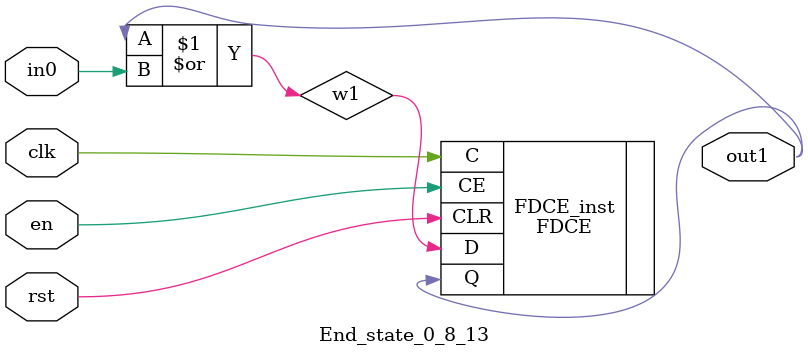
<source format=v>
module engine_0_8(out,clk,sod,en, in_35, in_0, in_1, in_6, in_7, in_12, in_24, in_25, in_31);
//pcre: /^[a-zA-Z]+\s+\x2F\x2Egif.*\x2E\x2E\x2F/mi
//block char: f[0], ^[9], \x20[8], G[0], I[0], \x2E[8], [\z617a\z415a][1], \x2F[8], .[7], 

	input clk,sod,en;

	input in_35, in_0, in_1, in_6, in_7, in_12, in_24, in_25, in_31;
	output out;

	assign w0 = 1'b1;
	state_0_8_1 BlockState_0_8_1 (w1,in_0,clk,en,sod,w0);
	state_0_8_2 BlockState_0_8_2 (w2,in_24,clk,en,sod,w2,w1);
	state_0_8_3 BlockState_0_8_3 (w3,in_1,clk,en,sod,w3,w2);
	state_0_8_4 BlockState_0_8_4 (w4,in_25,clk,en,sod,w3);
	state_0_8_5 BlockState_0_8_5 (w5,in_12,clk,en,sod,w4);
	state_0_8_6 BlockState_0_8_6 (w6,in_6,clk,en,sod,w5);
	state_0_8_7 BlockState_0_8_7 (w7,in_7,clk,en,sod,w6);
	state_0_8_8 BlockState_0_8_8 (w8,in_35,clk,en,sod,w7);
	state_0_8_9 BlockState_0_8_9 (w9,in_31,clk,en,sod,w9,w8);
	state_0_8_10 BlockState_0_8_10 (w10,in_12,clk,en,sod,w8,w9);
	state_0_8_11 BlockState_0_8_11 (w11,in_12,clk,en,sod,w10);
	state_0_8_12 BlockState_0_8_12 (w12,in_25,clk,en,sod,w11);
	End_state_0_8_13 BlockState_0_8_13 (out,clk,en,sod,w12);
endmodule

module state_0_8_1(out1,in_char,clk,en,rst,in0);
	input in_char,clk,en,rst,in0;
	output out1;
	wire w1,w2;
	assign w1 = in0; 
	and(w2,in_char,w1);
	FDCE #(.INIT(1'b0)) FDCE_inst (
		.Q(out1),
		.C(clk),
		.CE(en),
		.CLR(rst),
		.D(w2)
);
endmodule

module state_0_8_2(out1,in_char,clk,en,rst,in0,in1);
	input in_char,clk,en,rst,in0,in1;
	output out1;
	wire w1,w2;
	or(w1,in0,in1);
	and(w2,in_char,w1);
	FDCE #(.INIT(1'b0)) FDCE_inst (
		.Q(out1),
		.C(clk),
		.CE(en),
		.CLR(rst),
		.D(w2)
);
endmodule

module state_0_8_3(out1,in_char,clk,en,rst,in0,in1);
	input in_char,clk,en,rst,in0,in1;
	output out1;
	wire w1,w2;
	or(w1,in0,in1);
	and(w2,in_char,w1);
	FDCE #(.INIT(1'b0)) FDCE_inst (
		.Q(out1),
		.C(clk),
		.CE(en),
		.CLR(rst),
		.D(w2)
);
endmodule

module state_0_8_4(out1,in_char,clk,en,rst,in0);
	input in_char,clk,en,rst,in0;
	output out1;
	wire w1,w2;
	assign w1 = in0; 
	and(w2,in_char,w1);
	FDCE #(.INIT(1'b0)) FDCE_inst (
		.Q(out1),
		.C(clk),
		.CE(en),
		.CLR(rst),
		.D(w2)
);
endmodule

module state_0_8_5(out1,in_char,clk,en,rst,in0);
	input in_char,clk,en,rst,in0;
	output out1;
	wire w1,w2;
	assign w1 = in0; 
	and(w2,in_char,w1);
	FDCE #(.INIT(1'b0)) FDCE_inst (
		.Q(out1),
		.C(clk),
		.CE(en),
		.CLR(rst),
		.D(w2)
);
endmodule

module state_0_8_6(out1,in_char,clk,en,rst,in0);
	input in_char,clk,en,rst,in0;
	output out1;
	wire w1,w2;
	assign w1 = in0; 
	and(w2,in_char,w1);
	FDCE #(.INIT(1'b0)) FDCE_inst (
		.Q(out1),
		.C(clk),
		.CE(en),
		.CLR(rst),
		.D(w2)
);
endmodule

module state_0_8_7(out1,in_char,clk,en,rst,in0);
	input in_char,clk,en,rst,in0;
	output out1;
	wire w1,w2;
	assign w1 = in0; 
	and(w2,in_char,w1);
	FDCE #(.INIT(1'b0)) FDCE_inst (
		.Q(out1),
		.C(clk),
		.CE(en),
		.CLR(rst),
		.D(w2)
);
endmodule

module state_0_8_8(out1,in_char,clk,en,rst,in0);
	input in_char,clk,en,rst,in0;
	output out1;
	wire w1,w2;
	assign w1 = in0; 
	and(w2,in_char,w1);
	FDCE #(.INIT(1'b0)) FDCE_inst (
		.Q(out1),
		.C(clk),
		.CE(en),
		.CLR(rst),
		.D(w2)
);
endmodule

module state_0_8_9(out1,in_char,clk,en,rst,in0,in1);
	input in_char,clk,en,rst,in0,in1;
	output out1;
	wire w1,w2;
	or(w1,in0,in1);
	and(w2,in_char,w1);
	FDCE #(.INIT(1'b0)) FDCE_inst (
		.Q(out1),
		.C(clk),
		.CE(en),
		.CLR(rst),
		.D(w2)
);
endmodule

module state_0_8_10(out1,in_char,clk,en,rst,in0,in1);
	input in_char,clk,en,rst,in0,in1;
	output out1;
	wire w1,w2;
	or(w1,in0,in1);
	and(w2,in_char,w1);
	FDCE #(.INIT(1'b0)) FDCE_inst (
		.Q(out1),
		.C(clk),
		.CE(en),
		.CLR(rst),
		.D(w2)
);
endmodule

module state_0_8_11(out1,in_char,clk,en,rst,in0);
	input in_char,clk,en,rst,in0;
	output out1;
	wire w1,w2;
	assign w1 = in0; 
	and(w2,in_char,w1);
	FDCE #(.INIT(1'b0)) FDCE_inst (
		.Q(out1),
		.C(clk),
		.CE(en),
		.CLR(rst),
		.D(w2)
);
endmodule

module state_0_8_12(out1,in_char,clk,en,rst,in0);
	input in_char,clk,en,rst,in0;
	output out1;
	wire w1,w2;
	assign w1 = in0; 
	and(w2,in_char,w1);
	FDCE #(.INIT(1'b0)) FDCE_inst (
		.Q(out1),
		.C(clk),
		.CE(en),
		.CLR(rst),
		.D(w2)
);
endmodule

module End_state_0_8_13(out1,clk,en,rst,in0);
	input clk,rst,en,in0;
	output out1;
	wire w1;
	or(w1,out1,in0);
	FDCE #(.INIT(1'b0)) FDCE_inst (
		.Q(out1),
		.C(clk),
		.CE(en),
		.CLR(rst),
		.D(w1)
);
endmodule


</source>
